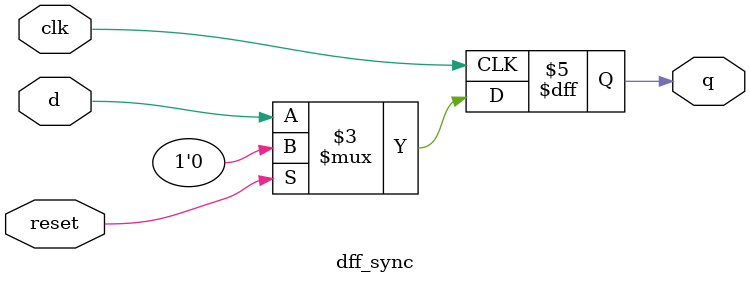
<source format=v>
module dff_sync (clk,reset,d,q);
input clk,reset,d;
output reg q;

always @ (posedge clk)begin
    if(reset)
        q <= 0; // reset com 1
    else
        q <= d;
end
                
endmodule

</source>
